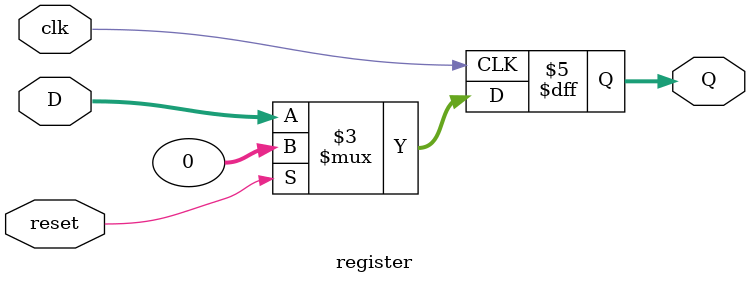
<source format=sv>
module register(input logic clk, reset, 
input logic signed [31:0] D,
output logic signed [31:0] Q);

always_ff @(posedge clk) begin
    if (reset) begin
        Q <= 32'b0;
    end
    else begin
        Q <= D;
    end
end
endmodule
</source>
